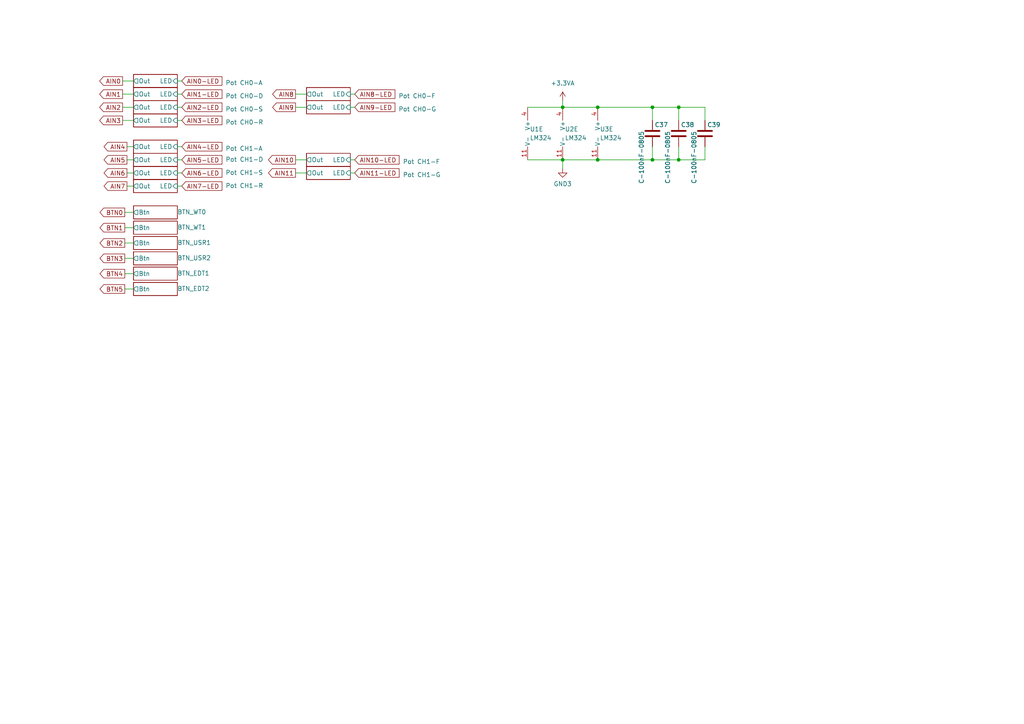
<source format=kicad_sch>
(kicad_sch (version 20211123) (generator eeschema)

  (uuid 6f3e37cd-3e3e-4874-ab15-671f653f881a)

  (paper "A4")

  (lib_symbols
    (symbol "eurorack:C-100nF-0805" (pin_numbers hide) (pin_names (offset 0.254)) (in_bom yes) (on_board yes)
      (property "Reference" "C" (id 0) (at 0.635 2.54 0)
        (effects (font (size 1.27 1.27)) (justify left))
      )
      (property "Value" "C-100nF-0805" (id 1) (at 0.635 -2.54 0)
        (effects (font (size 1.27 1.27)) (justify left))
      )
      (property "Footprint" "Capacitor_SMD:C_0805_2012Metric_Pad1.18x1.45mm_HandSolder" (id 2) (at 0.9652 -3.81 0)
        (effects (font (size 1.27 1.27)) hide)
      )
      (property "Datasheet" "https://secure.reichelt.com/at/en/smd-multilayer-ceramic-capacitor-100-n-10--x7r-g0805-100n-p31879.html?&nbc=1" (id 3) (at 0 0 0)
        (effects (font (size 1.27 1.27)) hide)
      )
      (property "ki_keywords" "cap capacitor" (id 4) (at 0 0 0)
        (effects (font (size 1.27 1.27)) hide)
      )
      (property "ki_description" "Unpolarized capacitor" (id 5) (at 0 0 0)
        (effects (font (size 1.27 1.27)) hide)
      )
      (property "ki_fp_filters" "C_*" (id 6) (at 0 0 0)
        (effects (font (size 1.27 1.27)) hide)
      )
      (symbol "C-100nF-0805_0_1"
        (polyline
          (pts
            (xy -2.032 -0.762)
            (xy 2.032 -0.762)
          )
          (stroke (width 0.508) (type default) (color 0 0 0 0))
          (fill (type none))
        )
        (polyline
          (pts
            (xy -2.032 0.762)
            (xy 2.032 0.762)
          )
          (stroke (width 0.508) (type default) (color 0 0 0 0))
          (fill (type none))
        )
      )
      (symbol "C-100nF-0805_1_1"
        (pin passive line (at 0 3.81 270) (length 2.794)
          (name "~" (effects (font (size 1.27 1.27))))
          (number "1" (effects (font (size 1.27 1.27))))
        )
        (pin passive line (at 0 -3.81 90) (length 2.794)
          (name "~" (effects (font (size 1.27 1.27))))
          (number "2" (effects (font (size 1.27 1.27))))
        )
      )
    )
    (symbol "eurorack:LM324" (pin_names (offset 0.127)) (in_bom yes) (on_board yes)
      (property "Reference" "U" (id 0) (at 0 5.08 0)
        (effects (font (size 1.27 1.27)) (justify left))
      )
      (property "Value" "LM324" (id 1) (at 0 -5.08 0)
        (effects (font (size 1.27 1.27)) (justify left))
      )
      (property "Footprint" "Package_SO:SO-14_3.9x8.65mm_P1.27mm" (id 2) (at -1.27 2.54 0)
        (effects (font (size 1.27 1.27)) hide)
      )
      (property "Datasheet" "http://www.ti.com/lit/ds/symlink/lm2902-n.pdf" (id 3) (at 1.27 5.08 0)
        (effects (font (size 1.27 1.27)) hide)
      )
      (property "ki_locked" "" (id 4) (at 0 0 0)
        (effects (font (size 1.27 1.27)))
      )
      (property "ki_keywords" "quad opamp" (id 5) (at 0 0 0)
        (effects (font (size 1.27 1.27)) hide)
      )
      (property "ki_description" "Low-Power, Quad-Operational Amplifiers, DIP-14/SOIC-14/SSOP-14" (id 6) (at 0 0 0)
        (effects (font (size 1.27 1.27)) hide)
      )
      (property "ki_fp_filters" "SOIC*3.9x8.7mm*P1.27mm* DIP*W7.62mm* TSSOP*4.4x5mm*P0.65mm* SSOP*5.3x6.2mm*P0.65mm* MSOP*3x3mm*P0.5mm*" (id 7) (at 0 0 0)
        (effects (font (size 1.27 1.27)) hide)
      )
      (symbol "LM324_1_1"
        (polyline
          (pts
            (xy -5.08 5.08)
            (xy 5.08 0)
            (xy -5.08 -5.08)
            (xy -5.08 5.08)
          )
          (stroke (width 0.254) (type default) (color 0 0 0 0))
          (fill (type background))
        )
        (pin output line (at 7.62 0 180) (length 2.54)
          (name "~" (effects (font (size 1.27 1.27))))
          (number "1" (effects (font (size 1.27 1.27))))
        )
        (pin input line (at -7.62 -2.54 0) (length 2.54)
          (name "-" (effects (font (size 1.27 1.27))))
          (number "2" (effects (font (size 1.27 1.27))))
        )
        (pin input line (at -7.62 2.54 0) (length 2.54)
          (name "+" (effects (font (size 1.27 1.27))))
          (number "3" (effects (font (size 1.27 1.27))))
        )
      )
      (symbol "LM324_2_1"
        (polyline
          (pts
            (xy -5.08 5.08)
            (xy 5.08 0)
            (xy -5.08 -5.08)
            (xy -5.08 5.08)
          )
          (stroke (width 0.254) (type default) (color 0 0 0 0))
          (fill (type background))
        )
        (pin input line (at -7.62 2.54 0) (length 2.54)
          (name "+" (effects (font (size 1.27 1.27))))
          (number "5" (effects (font (size 1.27 1.27))))
        )
        (pin input line (at -7.62 -2.54 0) (length 2.54)
          (name "-" (effects (font (size 1.27 1.27))))
          (number "6" (effects (font (size 1.27 1.27))))
        )
        (pin output line (at 7.62 0 180) (length 2.54)
          (name "~" (effects (font (size 1.27 1.27))))
          (number "7" (effects (font (size 1.27 1.27))))
        )
      )
      (symbol "LM324_3_1"
        (polyline
          (pts
            (xy -5.08 5.08)
            (xy 5.08 0)
            (xy -5.08 -5.08)
            (xy -5.08 5.08)
          )
          (stroke (width 0.254) (type default) (color 0 0 0 0))
          (fill (type background))
        )
        (pin input line (at -7.62 2.54 0) (length 2.54)
          (name "+" (effects (font (size 1.27 1.27))))
          (number "10" (effects (font (size 1.27 1.27))))
        )
        (pin output line (at 7.62 0 180) (length 2.54)
          (name "~" (effects (font (size 1.27 1.27))))
          (number "8" (effects (font (size 1.27 1.27))))
        )
        (pin input line (at -7.62 -2.54 0) (length 2.54)
          (name "-" (effects (font (size 1.27 1.27))))
          (number "9" (effects (font (size 1.27 1.27))))
        )
      )
      (symbol "LM324_4_1"
        (polyline
          (pts
            (xy -5.08 5.08)
            (xy 5.08 0)
            (xy -5.08 -5.08)
            (xy -5.08 5.08)
          )
          (stroke (width 0.254) (type default) (color 0 0 0 0))
          (fill (type background))
        )
        (pin input line (at -7.62 2.54 0) (length 2.54)
          (name "+" (effects (font (size 1.27 1.27))))
          (number "12" (effects (font (size 1.27 1.27))))
        )
        (pin input line (at -7.62 -2.54 0) (length 2.54)
          (name "-" (effects (font (size 1.27 1.27))))
          (number "13" (effects (font (size 1.27 1.27))))
        )
        (pin output line (at 7.62 0 180) (length 2.54)
          (name "~" (effects (font (size 1.27 1.27))))
          (number "14" (effects (font (size 1.27 1.27))))
        )
      )
      (symbol "LM324_5_1"
        (pin power_in line (at -2.54 -7.62 90) (length 3.81)
          (name "V-" (effects (font (size 1.27 1.27))))
          (number "11" (effects (font (size 1.27 1.27))))
        )
        (pin power_in line (at -2.54 7.62 270) (length 3.81)
          (name "V+" (effects (font (size 1.27 1.27))))
          (number "4" (effects (font (size 1.27 1.27))))
        )
      )
    )
    (symbol "power:+3.3VA" (power) (pin_names (offset 0)) (in_bom yes) (on_board yes)
      (property "Reference" "#PWR" (id 0) (at 0 -3.81 0)
        (effects (font (size 1.27 1.27)) hide)
      )
      (property "Value" "+3.3VA" (id 1) (at 0 3.556 0)
        (effects (font (size 1.27 1.27)))
      )
      (property "Footprint" "" (id 2) (at 0 0 0)
        (effects (font (size 1.27 1.27)) hide)
      )
      (property "Datasheet" "" (id 3) (at 0 0 0)
        (effects (font (size 1.27 1.27)) hide)
      )
      (property "ki_keywords" "power-flag" (id 4) (at 0 0 0)
        (effects (font (size 1.27 1.27)) hide)
      )
      (property "ki_description" "Power symbol creates a global label with name \"+3.3VA\"" (id 5) (at 0 0 0)
        (effects (font (size 1.27 1.27)) hide)
      )
      (symbol "+3.3VA_0_1"
        (polyline
          (pts
            (xy -0.762 1.27)
            (xy 0 2.54)
          )
          (stroke (width 0) (type default) (color 0 0 0 0))
          (fill (type none))
        )
        (polyline
          (pts
            (xy 0 0)
            (xy 0 2.54)
          )
          (stroke (width 0) (type default) (color 0 0 0 0))
          (fill (type none))
        )
        (polyline
          (pts
            (xy 0 2.54)
            (xy 0.762 1.27)
          )
          (stroke (width 0) (type default) (color 0 0 0 0))
          (fill (type none))
        )
      )
      (symbol "+3.3VA_1_1"
        (pin power_in line (at 0 0 90) (length 0) hide
          (name "+3.3VA" (effects (font (size 1.27 1.27))))
          (number "1" (effects (font (size 1.27 1.27))))
        )
      )
    )
    (symbol "power:GND3" (power) (pin_names (offset 0)) (in_bom yes) (on_board yes)
      (property "Reference" "#PWR" (id 0) (at 0 -6.35 0)
        (effects (font (size 1.27 1.27)) hide)
      )
      (property "Value" "GND3" (id 1) (at 0 -3.81 0)
        (effects (font (size 1.27 1.27)))
      )
      (property "Footprint" "" (id 2) (at 0 0 0)
        (effects (font (size 1.27 1.27)) hide)
      )
      (property "Datasheet" "" (id 3) (at 0 0 0)
        (effects (font (size 1.27 1.27)) hide)
      )
      (property "ki_keywords" "power-flag" (id 4) (at 0 0 0)
        (effects (font (size 1.27 1.27)) hide)
      )
      (property "ki_description" "Power symbol creates a global label with name \"GND3\" , ground" (id 5) (at 0 0 0)
        (effects (font (size 1.27 1.27)) hide)
      )
      (symbol "GND3_0_1"
        (polyline
          (pts
            (xy 0 0)
            (xy 0 -1.27)
            (xy 1.27 -1.27)
            (xy 0 -2.54)
            (xy -1.27 -1.27)
            (xy 0 -1.27)
          )
          (stroke (width 0) (type default) (color 0 0 0 0))
          (fill (type none))
        )
      )
      (symbol "GND3_1_1"
        (pin power_in line (at 0 0 270) (length 0) hide
          (name "GND3" (effects (font (size 1.27 1.27))))
          (number "1" (effects (font (size 1.27 1.27))))
        )
      )
    )
  )

  (junction (at 196.85 46.355) (diameter 0) (color 0 0 0 0)
    (uuid 131993f2-b737-4fda-ac7e-502d6724d931)
  )
  (junction (at 196.85 31.115) (diameter 0) (color 0 0 0 0)
    (uuid 172d849b-cfbc-485d-bf33-6176bb26fe51)
  )
  (junction (at 173.355 31.115) (diameter 0) (color 0 0 0 0)
    (uuid 2cb50245-c1e8-405d-97e9-9f326e2cc749)
  )
  (junction (at 189.23 31.115) (diameter 0) (color 0 0 0 0)
    (uuid 43c904b4-36e8-4335-85ea-9e3b37aef032)
  )
  (junction (at 189.23 46.355) (diameter 0) (color 0 0 0 0)
    (uuid 6b3ab9d4-b62c-4d15-82e9-a5873d72ce2b)
  )
  (junction (at 173.355 46.355) (diameter 0) (color 0 0 0 0)
    (uuid a15bb417-7ed3-405b-8194-581d43845fa9)
  )
  (junction (at 163.195 31.115) (diameter 0) (color 0 0 0 0)
    (uuid ab655729-721a-4221-a9bd-1ed977ccf309)
  )
  (junction (at 163.195 46.355) (diameter 0) (color 0 0 0 0)
    (uuid e1e8ff82-7ac6-483c-9ba8-afeff09b7427)
  )

  (wire (pts (xy 101.6 31.115) (xy 102.87 31.115))
    (stroke (width 0) (type default) (color 0 0 0 0))
    (uuid 00b33246-1e62-4d0d-81c9-aa0b96e65522)
  )
  (wire (pts (xy 85.725 46.355) (xy 88.9 46.355))
    (stroke (width 0) (type default) (color 0 0 0 0))
    (uuid 0589d917-bc9a-4ab6-93d4-d20f268a11cb)
  )
  (wire (pts (xy 35.56 23.495) (xy 38.735 23.495))
    (stroke (width 0) (type default) (color 0 0 0 0))
    (uuid 1217fe07-4cc1-4fe4-b3f0-7a596abaae68)
  )
  (wire (pts (xy 36.195 79.375) (xy 38.735 79.375))
    (stroke (width 0) (type default) (color 0 0 0 0))
    (uuid 1f233bd3-64fe-43a3-8175-e8999d5c13be)
  )
  (wire (pts (xy 189.23 46.355) (xy 173.355 46.355))
    (stroke (width 0) (type default) (color 0 0 0 0))
    (uuid 22fabdd0-cefd-484b-ab5d-e4ab83c50981)
  )
  (wire (pts (xy 85.725 31.115) (xy 88.9 31.115))
    (stroke (width 0) (type default) (color 0 0 0 0))
    (uuid 24823ac0-cd71-4226-a199-15f1b7d6b48b)
  )
  (wire (pts (xy 196.85 46.355) (xy 189.23 46.355))
    (stroke (width 0) (type default) (color 0 0 0 0))
    (uuid 373ddcdb-6e81-466a-a224-c639ff2577f2)
  )
  (wire (pts (xy 163.195 29.21) (xy 163.195 31.115))
    (stroke (width 0) (type default) (color 0 0 0 0))
    (uuid 3a20c90e-05a9-4b3e-b99b-3513a48aaee2)
  )
  (wire (pts (xy 35.56 27.305) (xy 38.735 27.305))
    (stroke (width 0) (type default) (color 0 0 0 0))
    (uuid 4134a1fc-a5df-4b4a-bbad-c2fa11f8f467)
  )
  (wire (pts (xy 204.47 46.355) (xy 196.85 46.355))
    (stroke (width 0) (type default) (color 0 0 0 0))
    (uuid 425d8cde-22d2-4b97-ba37-f72af09afeef)
  )
  (wire (pts (xy 36.195 66.04) (xy 38.735 66.04))
    (stroke (width 0) (type default) (color 0 0 0 0))
    (uuid 4f1fd7bf-b1d7-4d08-aa44-433c6cd07cb4)
  )
  (wire (pts (xy 204.47 31.115) (xy 204.47 34.925))
    (stroke (width 0) (type default) (color 0 0 0 0))
    (uuid 5ef07fb5-5a95-46b1-915f-988625f6ce4a)
  )
  (wire (pts (xy 36.83 53.975) (xy 38.735 53.975))
    (stroke (width 0) (type default) (color 0 0 0 0))
    (uuid 67ebc8d4-3015-4296-9bec-b85caac9e01b)
  )
  (wire (pts (xy 36.83 46.355) (xy 38.735 46.355))
    (stroke (width 0) (type default) (color 0 0 0 0))
    (uuid 6a28bfc7-ba3e-477e-8381-2384892f2ee9)
  )
  (wire (pts (xy 36.195 61.595) (xy 38.735 61.595))
    (stroke (width 0) (type default) (color 0 0 0 0))
    (uuid 6cea6f34-5afc-4b47-9494-62a8dd706368)
  )
  (wire (pts (xy 51.435 46.355) (xy 52.705 46.355))
    (stroke (width 0) (type default) (color 0 0 0 0))
    (uuid 7246ba00-e306-4c93-88d9-c78c3cd1dfb7)
  )
  (wire (pts (xy 173.355 31.115) (xy 189.23 31.115))
    (stroke (width 0) (type default) (color 0 0 0 0))
    (uuid 7315329e-320b-4bed-833d-377005ce6ed6)
  )
  (wire (pts (xy 189.23 31.115) (xy 189.23 34.925))
    (stroke (width 0) (type default) (color 0 0 0 0))
    (uuid 75fce77a-35bb-440e-8515-ed25a5f30873)
  )
  (wire (pts (xy 51.435 53.975) (xy 52.705 53.975))
    (stroke (width 0) (type default) (color 0 0 0 0))
    (uuid 7f780608-716a-4c10-be54-bd753d5ad6eb)
  )
  (wire (pts (xy 189.23 42.545) (xy 189.23 46.355))
    (stroke (width 0) (type default) (color 0 0 0 0))
    (uuid 80cde106-1a49-462e-b48e-80948e70490e)
  )
  (wire (pts (xy 35.56 31.115) (xy 38.735 31.115))
    (stroke (width 0) (type default) (color 0 0 0 0))
    (uuid 82c5cdf5-df68-4b1c-b544-2bf39c0c26d3)
  )
  (wire (pts (xy 153.035 31.115) (xy 163.195 31.115))
    (stroke (width 0) (type default) (color 0 0 0 0))
    (uuid 8456bd26-ebff-4e6a-b2a6-7d0d1d2d702f)
  )
  (wire (pts (xy 36.195 83.82) (xy 38.735 83.82))
    (stroke (width 0) (type default) (color 0 0 0 0))
    (uuid 854a248c-509f-4a27-9dcf-75688454a023)
  )
  (wire (pts (xy 36.195 70.485) (xy 38.735 70.485))
    (stroke (width 0) (type default) (color 0 0 0 0))
    (uuid 8cecb4a4-4460-493a-93f4-ea867de92950)
  )
  (wire (pts (xy 163.195 31.115) (xy 173.355 31.115))
    (stroke (width 0) (type default) (color 0 0 0 0))
    (uuid 8db04d42-ed77-448a-bf9c-f4afc4579f24)
  )
  (wire (pts (xy 163.195 46.355) (xy 163.195 48.895))
    (stroke (width 0) (type default) (color 0 0 0 0))
    (uuid 8e7aeebf-4743-40fe-ba92-bf275dab43b0)
  )
  (wire (pts (xy 101.6 46.355) (xy 102.87 46.355))
    (stroke (width 0) (type default) (color 0 0 0 0))
    (uuid 90b53805-283a-4962-87cf-e194a9b81c85)
  )
  (wire (pts (xy 51.435 34.925) (xy 52.705 34.925))
    (stroke (width 0) (type default) (color 0 0 0 0))
    (uuid 98a233a9-5a51-4944-a94d-d7d8aa8ee2fa)
  )
  (wire (pts (xy 196.85 31.115) (xy 196.85 34.925))
    (stroke (width 0) (type default) (color 0 0 0 0))
    (uuid 999c9aa3-ad59-4eae-84fa-c84046940701)
  )
  (wire (pts (xy 51.435 42.545) (xy 52.705 42.545))
    (stroke (width 0) (type default) (color 0 0 0 0))
    (uuid a223189a-a4c8-4581-ab4d-f678d4913355)
  )
  (wire (pts (xy 189.23 31.115) (xy 196.85 31.115))
    (stroke (width 0) (type default) (color 0 0 0 0))
    (uuid a3ae5ff8-cc6f-4b84-bf18-0f903008dec9)
  )
  (wire (pts (xy 36.83 42.545) (xy 38.735 42.545))
    (stroke (width 0) (type default) (color 0 0 0 0))
    (uuid b54a2c9e-9530-47a9-ad6c-5a191170f6a1)
  )
  (wire (pts (xy 51.435 50.165) (xy 52.705 50.165))
    (stroke (width 0) (type default) (color 0 0 0 0))
    (uuid bb10c9e2-5ccf-4851-99e0-a90e54e01fae)
  )
  (wire (pts (xy 35.56 34.925) (xy 38.735 34.925))
    (stroke (width 0) (type default) (color 0 0 0 0))
    (uuid cb7cc8d2-f7bc-4a6d-a51e-4d4132557064)
  )
  (wire (pts (xy 51.435 27.305) (xy 52.705 27.305))
    (stroke (width 0) (type default) (color 0 0 0 0))
    (uuid ce6d1107-7e2a-4ec1-9424-715393740b47)
  )
  (wire (pts (xy 85.725 27.305) (xy 88.9 27.305))
    (stroke (width 0) (type default) (color 0 0 0 0))
    (uuid d4a6afc7-ae2a-42e6-904e-91af7378cdd1)
  )
  (wire (pts (xy 85.725 50.165) (xy 88.9 50.165))
    (stroke (width 0) (type default) (color 0 0 0 0))
    (uuid d6eaba52-2dc2-4a44-9550-461721e7ccb0)
  )
  (wire (pts (xy 153.035 46.355) (xy 163.195 46.355))
    (stroke (width 0) (type default) (color 0 0 0 0))
    (uuid d8586f7d-d052-48ab-a22c-5cc552302eb7)
  )
  (wire (pts (xy 36.83 50.165) (xy 38.735 50.165))
    (stroke (width 0) (type default) (color 0 0 0 0))
    (uuid dc74457b-3003-48e4-ad86-a9184500f931)
  )
  (wire (pts (xy 101.6 50.165) (xy 102.87 50.165))
    (stroke (width 0) (type default) (color 0 0 0 0))
    (uuid dd37b1e3-cfce-45c3-b8a7-d31b4a5512cf)
  )
  (wire (pts (xy 196.85 42.545) (xy 196.85 46.355))
    (stroke (width 0) (type default) (color 0 0 0 0))
    (uuid dd67f057-ce93-4852-9773-b66aa7f235bb)
  )
  (wire (pts (xy 196.85 31.115) (xy 204.47 31.115))
    (stroke (width 0) (type default) (color 0 0 0 0))
    (uuid df32c413-8d76-4356-b1f3-b2f2b387b3a2)
  )
  (wire (pts (xy 163.195 46.355) (xy 173.355 46.355))
    (stroke (width 0) (type default) (color 0 0 0 0))
    (uuid e9846db9-82fa-41c3-af0c-f2ef3277ba53)
  )
  (wire (pts (xy 101.6 27.305) (xy 102.87 27.305))
    (stroke (width 0) (type default) (color 0 0 0 0))
    (uuid e9b4e352-f122-4cc8-bbd5-f03fba6de384)
  )
  (wire (pts (xy 51.435 31.115) (xy 52.705 31.115))
    (stroke (width 0) (type default) (color 0 0 0 0))
    (uuid ea850790-1f61-44d8-9d8e-4209cfa846db)
  )
  (wire (pts (xy 36.195 74.93) (xy 38.735 74.93))
    (stroke (width 0) (type default) (color 0 0 0 0))
    (uuid ed2e0031-ed0f-4d6b-a6b8-decd7da4100f)
  )
  (wire (pts (xy 204.47 42.545) (xy 204.47 46.355))
    (stroke (width 0) (type default) (color 0 0 0 0))
    (uuid eddceccf-3079-4f10-b3f0-5dae73120d42)
  )
  (wire (pts (xy 51.435 23.495) (xy 52.705 23.495))
    (stroke (width 0) (type default) (color 0 0 0 0))
    (uuid f9d40e1c-a0e5-43dc-ae2c-9988cd7285c2)
  )

  (global_label "AIN10" (shape output) (at 85.725 46.355 180) (fields_autoplaced)
    (effects (font (size 1.27 1.27)) (justify right))
    (uuid 0698d88a-56c9-4924-8328-ccf1336ec3c5)
    (property "Intersheet References" "${INTERSHEET_REFS}" (id 0) (at 77.869 46.2756 0)
      (effects (font (size 1.27 1.27)) (justify right) hide)
    )
  )
  (global_label "AIN7-LED" (shape input) (at 52.705 53.975 0) (fields_autoplaced)
    (effects (font (size 1.27 1.27)) (justify left))
    (uuid 09872c2f-d865-4fd0-b822-8cec83da65d5)
    (property "Intersheet References" "${INTERSHEET_REFS}" (id 0) (at 64.371 53.8956 0)
      (effects (font (size 1.27 1.27)) (justify left) hide)
    )
  )
  (global_label "AIN10-LED" (shape input) (at 102.87 46.355 0) (fields_autoplaced)
    (effects (font (size 1.27 1.27)) (justify left))
    (uuid 0a11bbdc-572d-4286-b5dd-529cce34a591)
    (property "Intersheet References" "${INTERSHEET_REFS}" (id 0) (at 115.7455 46.2756 0)
      (effects (font (size 1.27 1.27)) (justify left) hide)
    )
  )
  (global_label "AIN11" (shape output) (at 85.725 50.165 180) (fields_autoplaced)
    (effects (font (size 1.27 1.27)) (justify right))
    (uuid 0a2a3666-2d64-4812-8823-97f35d2c6c5f)
    (property "Intersheet References" "${INTERSHEET_REFS}" (id 0) (at 77.869 50.0856 0)
      (effects (font (size 1.27 1.27)) (justify right) hide)
    )
  )
  (global_label "AIN9" (shape output) (at 85.725 31.115 180) (fields_autoplaced)
    (effects (font (size 1.27 1.27)) (justify right))
    (uuid 18f11f7c-5997-48a5-b974-8fc6b7c5a780)
    (property "Intersheet References" "${INTERSHEET_REFS}" (id 0) (at 79.0786 31.0356 0)
      (effects (font (size 1.27 1.27)) (justify right) hide)
    )
  )
  (global_label "AIN1-LED" (shape input) (at 52.705 27.305 0) (fields_autoplaced)
    (effects (font (size 1.27 1.27)) (justify left))
    (uuid 19ffc3f1-46b5-4286-b83b-5495feca3b92)
    (property "Intersheet References" "${INTERSHEET_REFS}" (id 0) (at 64.371 27.2256 0)
      (effects (font (size 1.27 1.27)) (justify left) hide)
    )
  )
  (global_label "AIN11-LED" (shape input) (at 102.87 50.165 0) (fields_autoplaced)
    (effects (font (size 1.27 1.27)) (justify left))
    (uuid 211e6dde-f5e8-4ed7-b40b-c7f2313d3612)
    (property "Intersheet References" "${INTERSHEET_REFS}" (id 0) (at 115.7455 50.0856 0)
      (effects (font (size 1.27 1.27)) (justify left) hide)
    )
  )
  (global_label "AIN6" (shape output) (at 36.83 50.165 180) (fields_autoplaced)
    (effects (font (size 1.27 1.27)) (justify right))
    (uuid 2549810b-e678-4b73-bf05-f65a86ee9e64)
    (property "Intersheet References" "${INTERSHEET_REFS}" (id 0) (at 30.1836 50.0856 0)
      (effects (font (size 1.27 1.27)) (justify right) hide)
    )
  )
  (global_label "AIN5" (shape output) (at 36.83 46.355 180) (fields_autoplaced)
    (effects (font (size 1.27 1.27)) (justify right))
    (uuid 29c23cd1-d86b-4631-9f80-ab9363b7d4c7)
    (property "Intersheet References" "${INTERSHEET_REFS}" (id 0) (at 30.1836 46.2756 0)
      (effects (font (size 1.27 1.27)) (justify right) hide)
    )
  )
  (global_label "AIN1" (shape output) (at 35.56 27.305 180) (fields_autoplaced)
    (effects (font (size 1.27 1.27)) (justify right))
    (uuid 5abf7c59-b547-4c40-9d9e-d49308549472)
    (property "Intersheet References" "${INTERSHEET_REFS}" (id 0) (at 28.9136 27.2256 0)
      (effects (font (size 1.27 1.27)) (justify right) hide)
    )
  )
  (global_label "AIN3" (shape output) (at 35.56 34.925 180) (fields_autoplaced)
    (effects (font (size 1.27 1.27)) (justify right))
    (uuid 63737ee9-9b2c-48b9-8b34-493733e66faf)
    (property "Intersheet References" "${INTERSHEET_REFS}" (id 0) (at 28.9136 34.8456 0)
      (effects (font (size 1.27 1.27)) (justify right) hide)
    )
  )
  (global_label "BTN4" (shape output) (at 36.195 79.375 180) (fields_autoplaced)
    (effects (font (size 1.27 1.27)) (justify right))
    (uuid 6b6a5ceb-f79f-4374-9065-6357629d60f3)
    (property "Intersheet References" "${INTERSHEET_REFS}" (id 0) (at 29.0043 79.2956 0)
      (effects (font (size 1.27 1.27)) (justify right) hide)
    )
  )
  (global_label "AIN7" (shape output) (at 36.83 53.975 180) (fields_autoplaced)
    (effects (font (size 1.27 1.27)) (justify right))
    (uuid 76756c75-0c5d-441f-a830-e298ada83116)
    (property "Intersheet References" "${INTERSHEET_REFS}" (id 0) (at 30.1836 53.8956 0)
      (effects (font (size 1.27 1.27)) (justify right) hide)
    )
  )
  (global_label "AIN5-LED" (shape input) (at 52.705 46.355 0) (fields_autoplaced)
    (effects (font (size 1.27 1.27)) (justify left))
    (uuid 80d5cf1e-d01a-416f-8412-92ca48e7cfc9)
    (property "Intersheet References" "${INTERSHEET_REFS}" (id 0) (at 64.371 46.2756 0)
      (effects (font (size 1.27 1.27)) (justify left) hide)
    )
  )
  (global_label "AIN6-LED" (shape input) (at 52.705 50.165 0) (fields_autoplaced)
    (effects (font (size 1.27 1.27)) (justify left))
    (uuid 841d2dae-6e98-4d12-a795-4e079a0667c7)
    (property "Intersheet References" "${INTERSHEET_REFS}" (id 0) (at 64.371 50.0856 0)
      (effects (font (size 1.27 1.27)) (justify left) hide)
    )
  )
  (global_label "BTN0" (shape output) (at 36.195 61.595 180) (fields_autoplaced)
    (effects (font (size 1.27 1.27)) (justify right))
    (uuid 8605b632-51fa-40b7-bbb9-1199bb43719c)
    (property "Intersheet References" "${INTERSHEET_REFS}" (id 0) (at 29.0043 61.5156 0)
      (effects (font (size 1.27 1.27)) (justify right) hide)
    )
  )
  (global_label "AIN2-LED" (shape input) (at 52.705 31.115 0) (fields_autoplaced)
    (effects (font (size 1.27 1.27)) (justify left))
    (uuid 89d58238-1a8d-431b-ae81-0e0fd056dde6)
    (property "Intersheet References" "${INTERSHEET_REFS}" (id 0) (at 64.371 31.0356 0)
      (effects (font (size 1.27 1.27)) (justify left) hide)
    )
  )
  (global_label "AIN4" (shape output) (at 36.83 42.545 180) (fields_autoplaced)
    (effects (font (size 1.27 1.27)) (justify right))
    (uuid 9ac8d740-2bfd-4b8d-8933-82636a751070)
    (property "Intersheet References" "${INTERSHEET_REFS}" (id 0) (at 30.1836 42.4656 0)
      (effects (font (size 1.27 1.27)) (justify right) hide)
    )
  )
  (global_label "AIN8-LED" (shape input) (at 102.87 27.305 0) (fields_autoplaced)
    (effects (font (size 1.27 1.27)) (justify left))
    (uuid 9d34a1b3-cd1e-41a7-8179-059cee5e7fdf)
    (property "Intersheet References" "${INTERSHEET_REFS}" (id 0) (at 114.536 27.2256 0)
      (effects (font (size 1.27 1.27)) (justify left) hide)
    )
  )
  (global_label "AIN3-LED" (shape input) (at 52.705 34.925 0) (fields_autoplaced)
    (effects (font (size 1.27 1.27)) (justify left))
    (uuid a36435c5-c234-43c7-a4b0-775ab1aa1617)
    (property "Intersheet References" "${INTERSHEET_REFS}" (id 0) (at 64.371 34.8456 0)
      (effects (font (size 1.27 1.27)) (justify left) hide)
    )
  )
  (global_label "AIN8" (shape output) (at 85.725 27.305 180) (fields_autoplaced)
    (effects (font (size 1.27 1.27)) (justify right))
    (uuid a56db9c4-d506-4d18-97d1-7a7718457f55)
    (property "Intersheet References" "${INTERSHEET_REFS}" (id 0) (at 79.0786 27.2256 0)
      (effects (font (size 1.27 1.27)) (justify right) hide)
    )
  )
  (global_label "AIN4-LED" (shape input) (at 52.705 42.545 0) (fields_autoplaced)
    (effects (font (size 1.27 1.27)) (justify left))
    (uuid a7a10790-0eb9-4466-80bd-41784a5487ee)
    (property "Intersheet References" "${INTERSHEET_REFS}" (id 0) (at 64.371 42.4656 0)
      (effects (font (size 1.27 1.27)) (justify left) hide)
    )
  )
  (global_label "BTN1" (shape output) (at 36.195 66.04 180) (fields_autoplaced)
    (effects (font (size 1.27 1.27)) (justify right))
    (uuid ae89da91-4459-464c-84d9-632f68a24833)
    (property "Intersheet References" "${INTERSHEET_REFS}" (id 0) (at 29.0043 65.9606 0)
      (effects (font (size 1.27 1.27)) (justify right) hide)
    )
  )
  (global_label "AIN0-LED" (shape input) (at 52.705 23.495 0) (fields_autoplaced)
    (effects (font (size 1.27 1.27)) (justify left))
    (uuid c6d85e70-f115-4808-9765-07751d2c48f7)
    (property "Intersheet References" "${INTERSHEET_REFS}" (id 0) (at 64.371 23.4156 0)
      (effects (font (size 1.27 1.27)) (justify left) hide)
    )
  )
  (global_label "AIN2" (shape output) (at 35.56 31.115 180) (fields_autoplaced)
    (effects (font (size 1.27 1.27)) (justify right))
    (uuid cd0aeb6e-5575-4d9d-a25a-ffcc516d39e3)
    (property "Intersheet References" "${INTERSHEET_REFS}" (id 0) (at 28.9136 31.0356 0)
      (effects (font (size 1.27 1.27)) (justify right) hide)
    )
  )
  (global_label "BTN3" (shape output) (at 36.195 74.93 180) (fields_autoplaced)
    (effects (font (size 1.27 1.27)) (justify right))
    (uuid e5c448fa-6327-4db4-b6ca-5d0bf733bddc)
    (property "Intersheet References" "${INTERSHEET_REFS}" (id 0) (at 29.0043 74.8506 0)
      (effects (font (size 1.27 1.27)) (justify right) hide)
    )
  )
  (global_label "AIN0" (shape output) (at 35.56 23.495 180) (fields_autoplaced)
    (effects (font (size 1.27 1.27)) (justify right))
    (uuid e600f0ee-c77b-4bbe-a3be-afe9b17203ab)
    (property "Intersheet References" "${INTERSHEET_REFS}" (id 0) (at 28.9136 23.4156 0)
      (effects (font (size 1.27 1.27)) (justify right) hide)
    )
  )
  (global_label "AIN9-LED" (shape input) (at 102.87 31.115 0) (fields_autoplaced)
    (effects (font (size 1.27 1.27)) (justify left))
    (uuid e7e15d12-1b4a-4ef6-9655-c7540ef923cc)
    (property "Intersheet References" "${INTERSHEET_REFS}" (id 0) (at 114.536 31.0356 0)
      (effects (font (size 1.27 1.27)) (justify left) hide)
    )
  )
  (global_label "BTN5" (shape output) (at 36.195 83.82 180) (fields_autoplaced)
    (effects (font (size 1.27 1.27)) (justify right))
    (uuid ec4ba662-3f34-444d-a18b-72f86e64146b)
    (property "Intersheet References" "${INTERSHEET_REFS}" (id 0) (at 29.0043 83.7406 0)
      (effects (font (size 1.27 1.27)) (justify right) hide)
    )
  )
  (global_label "BTN2" (shape output) (at 36.195 70.485 180) (fields_autoplaced)
    (effects (font (size 1.27 1.27)) (justify right))
    (uuid f4043faf-85fe-4858-9b22-fe2b9bbed4ac)
    (property "Intersheet References" "${INTERSHEET_REFS}" (id 0) (at 29.0043 70.4056 0)
      (effects (font (size 1.27 1.27)) (justify right) hide)
    )
  )

  (symbol (lib_id "eurorack:C-100nF-0805") (at 196.85 38.735 0) (unit 1)
    (in_bom yes) (on_board yes)
    (uuid 4ed675b6-58b4-4307-8570-9f8b6e117f4c)
    (property "Reference" "C38" (id 0) (at 197.485 36.195 0)
      (effects (font (size 1.27 1.27)) (justify left))
    )
    (property "Value" "C-100nF-0805" (id 1) (at 193.675 53.34 90)
      (effects (font (size 1.27 1.27)) (justify left))
    )
    (property "Footprint" "Capacitor_SMD:C_0805_2012Metric_Pad1.18x1.45mm_HandSolder" (id 2) (at 197.8152 42.545 0)
      (effects (font (size 1.27 1.27)) hide)
    )
    (property "Datasheet" "https://secure.reichelt.com/at/en/smd-multilayer-ceramic-capacitor-100-n-10--x7r-g0805-100n-p31879.html?&nbc=1" (id 3) (at 196.85 38.735 0)
      (effects (font (size 1.27 1.27)) hide)
    )
    (pin "1" (uuid 2d3038ba-da38-40f5-8027-7f7f92ce78ae))
    (pin "2" (uuid a7287f55-8317-4712-bc76-8a8344081adf))
  )

  (symbol (lib_id "eurorack:C-100nF-0805") (at 204.47 38.735 0) (unit 1)
    (in_bom yes) (on_board yes)
    (uuid 52a27258-4aa7-4530-a545-e20a9f50eb26)
    (property "Reference" "C39" (id 0) (at 205.105 36.195 0)
      (effects (font (size 1.27 1.27)) (justify left))
    )
    (property "Value" "C-100nF-0805" (id 1) (at 201.295 53.34 90)
      (effects (font (size 1.27 1.27)) (justify left))
    )
    (property "Footprint" "Capacitor_SMD:C_0805_2012Metric_Pad1.18x1.45mm_HandSolder" (id 2) (at 205.4352 42.545 0)
      (effects (font (size 1.27 1.27)) hide)
    )
    (property "Datasheet" "https://secure.reichelt.com/at/en/smd-multilayer-ceramic-capacitor-100-n-10--x7r-g0805-100n-p31879.html?&nbc=1" (id 3) (at 204.47 38.735 0)
      (effects (font (size 1.27 1.27)) hide)
    )
    (pin "1" (uuid 6ef8eb2e-027b-4f31-9442-6bcc82685acb))
    (pin "2" (uuid 7e22df5c-dd8f-4b33-a4f0-478fb9fa856f))
  )

  (symbol (lib_id "eurorack:LM324") (at 165.735 38.735 0) (unit 5)
    (in_bom yes) (on_board yes) (fields_autoplaced)
    (uuid 6303bd50-f9a9-4032-9b4d-2d94fd572098)
    (property "Reference" "U2" (id 0) (at 163.83 37.4649 0)
      (effects (font (size 1.27 1.27)) (justify left))
    )
    (property "Value" "LM324" (id 1) (at 163.83 40.0049 0)
      (effects (font (size 1.27 1.27)) (justify left))
    )
    (property "Footprint" "Package_SO:SO-14_3.9x8.65mm_P1.27mm" (id 2) (at 164.465 36.195 0)
      (effects (font (size 1.27 1.27)) hide)
    )
    (property "Datasheet" "http://www.ti.com/lit/ds/symlink/lm2902-n.pdf" (id 3) (at 167.005 33.655 0)
      (effects (font (size 1.27 1.27)) hide)
    )
    (pin "1" (uuid 4d3137eb-e255-46f6-9cbf-2b7603ab5dcf))
    (pin "2" (uuid 5904f4c8-fbdd-459e-aae8-991a5b97e52f))
    (pin "3" (uuid 19e91ab7-5649-4d39-9808-8d85c16fa885))
    (pin "5" (uuid 91b05744-dabb-4a0e-afc3-35ed5d8f601d))
    (pin "6" (uuid becd7b59-215c-4d1e-b916-7700285fa195))
    (pin "7" (uuid 3a64dbf7-cc31-4b0e-a35e-a2f5f304dadd))
    (pin "10" (uuid 2a4e3985-b6d2-4685-8d4a-403bb0b95c22))
    (pin "8" (uuid 3ee513d0-798b-43e8-a129-512a88f525a9))
    (pin "9" (uuid 828169bc-4031-4dd5-9bd8-2838a9bdc403))
    (pin "12" (uuid f5a0e984-8091-4d79-9007-5dd14c01a92b))
    (pin "13" (uuid 669ae29b-3315-4a56-a97c-9bb797cc93d3))
    (pin "14" (uuid b110e7ed-8406-4bf2-8ccf-0777e9fad7a6))
    (pin "11" (uuid 5a3ae994-663b-42b8-82ee-d80142b6ee0f))
    (pin "4" (uuid 350943f9-ba22-47e7-9598-5fdce876d2d0))
  )

  (symbol (lib_id "eurorack:C-100nF-0805") (at 189.23 38.735 0) (unit 1)
    (in_bom yes) (on_board yes)
    (uuid 7b794da7-3b89-46ba-9242-0eae1767e764)
    (property "Reference" "C37" (id 0) (at 189.865 36.195 0)
      (effects (font (size 1.27 1.27)) (justify left))
    )
    (property "Value" "C-100nF-0805" (id 1) (at 186.055 53.34 90)
      (effects (font (size 1.27 1.27)) (justify left))
    )
    (property "Footprint" "Capacitor_SMD:C_0805_2012Metric_Pad1.18x1.45mm_HandSolder" (id 2) (at 190.1952 42.545 0)
      (effects (font (size 1.27 1.27)) hide)
    )
    (property "Datasheet" "https://secure.reichelt.com/at/en/smd-multilayer-ceramic-capacitor-100-n-10--x7r-g0805-100n-p31879.html?&nbc=1" (id 3) (at 189.23 38.735 0)
      (effects (font (size 1.27 1.27)) hide)
    )
    (pin "1" (uuid df2689d3-f10c-42e0-995e-6351a4c5d277))
    (pin "2" (uuid 79e2f6b9-95d2-4bfd-b175-9030bd70fc48))
  )

  (symbol (lib_id "power:+3.3VA") (at 163.195 29.21 0) (unit 1)
    (in_bom yes) (on_board yes) (fields_autoplaced)
    (uuid 864d3e06-1c75-487e-9c06-ae06687efe2f)
    (property "Reference" "#PWR0170" (id 0) (at 163.195 33.02 0)
      (effects (font (size 1.27 1.27)) hide)
    )
    (property "Value" "+3.3VA" (id 1) (at 163.195 24.13 0))
    (property "Footprint" "" (id 2) (at 163.195 29.21 0)
      (effects (font (size 1.27 1.27)) hide)
    )
    (property "Datasheet" "" (id 3) (at 163.195 29.21 0)
      (effects (font (size 1.27 1.27)) hide)
    )
    (pin "1" (uuid 7bc32e48-a335-442d-8654-3f7ca34ed69e))
  )

  (symbol (lib_id "eurorack:LM324") (at 155.575 38.735 0) (unit 5)
    (in_bom yes) (on_board yes) (fields_autoplaced)
    (uuid b139e1f7-60bc-49c2-b3a3-d2698ca430a3)
    (property "Reference" "U1" (id 0) (at 153.67 37.4649 0)
      (effects (font (size 1.27 1.27)) (justify left))
    )
    (property "Value" "LM324" (id 1) (at 153.67 40.0049 0)
      (effects (font (size 1.27 1.27)) (justify left))
    )
    (property "Footprint" "Package_SO:SO-14_3.9x8.65mm_P1.27mm" (id 2) (at 154.305 36.195 0)
      (effects (font (size 1.27 1.27)) hide)
    )
    (property "Datasheet" "http://www.ti.com/lit/ds/symlink/lm2902-n.pdf" (id 3) (at 156.845 33.655 0)
      (effects (font (size 1.27 1.27)) hide)
    )
    (pin "1" (uuid 8254c261-f37b-41aa-b412-303452c87fff))
    (pin "2" (uuid f4a4ad43-d3bd-4f00-83f8-b5a507f36043))
    (pin "3" (uuid 7b4de5c9-18f4-416d-a860-16b7bfeb47a1))
    (pin "5" (uuid 6f4f4f93-e5a3-4470-845c-48213c9d2419))
    (pin "6" (uuid e5f42bba-0089-4552-8767-ea86024bbe1a))
    (pin "7" (uuid c2d404b7-0dc2-445e-b6a5-d9278733cd02))
    (pin "10" (uuid 4dcb932c-12b9-409e-aacf-6275526208a1))
    (pin "8" (uuid 9cc87e9c-404a-4eca-8ffd-fa360e2b0502))
    (pin "9" (uuid e56c884b-7e4f-41a1-94c4-68c5b65f6b3f))
    (pin "12" (uuid ada840d4-c7fe-4ed7-8b5f-5d7ac804a623))
    (pin "13" (uuid 54f0a66b-aaac-4763-bedb-b7c6d4ceb5a3))
    (pin "14" (uuid 88209673-6fa6-47cf-a0cf-bf9f338de695))
    (pin "11" (uuid 7580b0ad-f295-4a80-ab32-c18f4da418cb))
    (pin "4" (uuid ec7d055e-1b6f-460c-bf09-7c49e4fabb52))
  )

  (symbol (lib_id "eurorack:LM324") (at 175.895 38.735 0) (unit 5)
    (in_bom yes) (on_board yes) (fields_autoplaced)
    (uuid b258a3ca-7f27-474b-b593-7205ab01c92f)
    (property "Reference" "U3" (id 0) (at 173.99 37.4649 0)
      (effects (font (size 1.27 1.27)) (justify left))
    )
    (property "Value" "LM324" (id 1) (at 173.99 40.0049 0)
      (effects (font (size 1.27 1.27)) (justify left))
    )
    (property "Footprint" "Package_SO:SO-14_3.9x8.65mm_P1.27mm" (id 2) (at 174.625 36.195 0)
      (effects (font (size 1.27 1.27)) hide)
    )
    (property "Datasheet" "http://www.ti.com/lit/ds/symlink/lm2902-n.pdf" (id 3) (at 177.165 33.655 0)
      (effects (font (size 1.27 1.27)) hide)
    )
    (pin "1" (uuid 0407f590-7e9f-4c18-bdc5-540de7a0ce20))
    (pin "2" (uuid 3aca2215-8672-4710-a9be-84f896a9f034))
    (pin "3" (uuid 1040e4dd-6975-4753-946e-5bf7302570ba))
    (pin "5" (uuid 4c103f6b-193d-4e0a-a3b2-7a5750cec55a))
    (pin "6" (uuid 2523f8a2-0766-4086-b2c3-8f2082c0cbe8))
    (pin "7" (uuid 818ffde7-273a-4cbb-a496-d4842206fa95))
    (pin "10" (uuid 032066a8-2ea7-4e58-8436-962b6dbb744e))
    (pin "8" (uuid d5dad2ad-8930-4ffb-b6bb-10b8e242d29e))
    (pin "9" (uuid 9e9aabe7-ed1d-432d-903a-425f6a90acfe))
    (pin "12" (uuid e8751a22-6800-4b4a-9f7f-c82c2fd62b10))
    (pin "13" (uuid 1ce0aa01-6710-4b2d-b38f-173ec6b9e379))
    (pin "14" (uuid 389eaf2a-9e83-47d9-9e0b-647e5bb59ce8))
    (pin "11" (uuid 5099e5b7-1023-418b-8764-a062c02c3253))
    (pin "4" (uuid 478a0639-9dd6-4dad-aec5-244863e2122b))
  )

  (symbol (lib_id "power:GND3") (at 163.195 48.895 0) (unit 1)
    (in_bom yes) (on_board yes) (fields_autoplaced)
    (uuid d6c424de-bf28-43a6-a0d4-39a2c0302c7a)
    (property "Reference" "#PWR0151" (id 0) (at 163.195 55.245 0)
      (effects (font (size 1.27 1.27)) hide)
    )
    (property "Value" "GND3" (id 1) (at 163.195 53.34 0))
    (property "Footprint" "" (id 2) (at 163.195 48.895 0)
      (effects (font (size 1.27 1.27)) hide)
    )
    (property "Datasheet" "" (id 3) (at 163.195 48.895 0)
      (effects (font (size 1.27 1.27)) hide)
    )
    (pin "1" (uuid eb1476d4-a900-4d32-be98-ca77ee001684))
  )

  (sheet (at 88.9 29.21) (size 12.7 3.81)
    (stroke (width 0.1524) (type solid) (color 0 0 0 0))
    (fill (color 0 0 0 0.0000))
    (uuid 043d0e9a-4b6b-46cb-bdd8-694a98c68f88)
    (property "Sheet name" "Pot CH0-G" (id 0) (at 115.57 32.385 0)
      (effects (font (size 1.27 1.27)) (justify left bottom))
    )
    (property "Sheet file" "pot.kicad_sch" (id 1) (at 102.235 30.48 0)
      (effects (font (size 1.27 1.27)) (justify left top) hide)
    )
    (pin "Out" output (at 88.9 31.115 180)
      (effects (font (size 1.27 1.27)) (justify left))
      (uuid 43b4827c-3706-483f-9069-43589bf77694)
    )
    (pin "LED" input (at 101.6 31.115 0)
      (effects (font (size 1.27 1.27)) (justify right))
      (uuid ed7ab6b4-6b92-4f3a-86c6-6cf3bf2e903c)
    )
  )

  (sheet (at 38.735 68.58) (size 12.7 3.81)
    (stroke (width 0.1524) (type solid) (color 0 0 0 0))
    (fill (color 0 0 0 0.0000))
    (uuid 0d456856-0a61-4035-a3e1-05e8f87394e3)
    (property "Sheet name" "BTN_USR1" (id 0) (at 51.435 71.12 0)
      (effects (font (size 1.27 1.27)) (justify left bottom))
    )
    (property "Sheet file" "button.kicad_sch" (id 1) (at 38.735 72.9746 0)
      (effects (font (size 1.27 1.27)) (justify left top) hide)
    )
    (pin "Btn" output (at 38.735 70.485 180)
      (effects (font (size 1.27 1.27)) (justify left))
      (uuid 13d2caa7-dbc6-44ef-9bbd-78a05e770713)
    )
  )

  (sheet (at 38.735 25.4) (size 12.7 3.81)
    (stroke (width 0.1524) (type solid) (color 0 0 0 0))
    (fill (color 0 0 0 0.0000))
    (uuid 127f33f1-f14d-4c06-b142-f664736b9b80)
    (property "Sheet name" "Pot CH0-D" (id 0) (at 65.405 28.575 0)
      (effects (font (size 1.27 1.27)) (justify left bottom))
    )
    (property "Sheet file" "pot.kicad_sch" (id 1) (at 52.07 26.67 0)
      (effects (font (size 1.27 1.27)) (justify left top) hide)
    )
    (pin "Out" output (at 38.735 27.305 180)
      (effects (font (size 1.27 1.27)) (justify left))
      (uuid 6df67ed2-a3d0-4132-a43f-ba2b81895130)
    )
    (pin "LED" input (at 51.435 27.305 0)
      (effects (font (size 1.27 1.27)) (justify right))
      (uuid 101a3cfc-e2a1-4690-972d-090f0bc14a93)
    )
  )

  (sheet (at 38.735 48.26) (size 12.7 3.81)
    (stroke (width 0.1524) (type solid) (color 0 0 0 0))
    (fill (color 0 0 0 0.0000))
    (uuid 190513c8-74a2-4117-a822-7e0ee5339dad)
    (property "Sheet name" "Pot CH1-S" (id 0) (at 65.405 50.8 0)
      (effects (font (size 1.27 1.27)) (justify left bottom))
    )
    (property "Sheet file" "pot.kicad_sch" (id 1) (at 38.735 52.6546 0)
      (effects (font (size 1.27 1.27)) (justify left top) hide)
    )
    (pin "Out" output (at 38.735 50.165 180)
      (effects (font (size 1.27 1.27)) (justify left))
      (uuid ba1e4503-4be0-4131-a1bc-968cf995f801)
    )
    (pin "LED" input (at 51.435 50.165 0)
      (effects (font (size 1.27 1.27)) (justify right))
      (uuid 370ab595-5ba0-4c44-945e-102e87ad7c11)
    )
  )

  (sheet (at 38.735 81.915) (size 12.7 3.81)
    (stroke (width 0.1524) (type solid) (color 0 0 0 0))
    (fill (color 0 0 0 0.0000))
    (uuid 2f19aadf-f340-471a-b308-ad79a0cd7572)
    (property "Sheet name" "BTN_EDT2" (id 0) (at 51.435 84.455 0)
      (effects (font (size 1.27 1.27)) (justify left bottom))
    )
    (property "Sheet file" "button.kicad_sch" (id 1) (at 38.735 86.3096 0)
      (effects (font (size 1.27 1.27)) (justify left top) hide)
    )
    (pin "Btn" output (at 38.735 83.82 180)
      (effects (font (size 1.27 1.27)) (justify left))
      (uuid 349c25f5-a4e5-43c6-b3ce-3dfd89aa8707)
    )
  )

  (sheet (at 88.9 25.4) (size 12.7 3.81)
    (stroke (width 0.1524) (type solid) (color 0 0 0 0))
    (fill (color 0 0 0 0.0000))
    (uuid 38cb31b0-b48a-422f-9069-f769bb1417e9)
    (property "Sheet name" "Pot CH0-F" (id 0) (at 115.57 28.575 0)
      (effects (font (size 1.27 1.27)) (justify left bottom))
    )
    (property "Sheet file" "pot.kicad_sch" (id 1) (at 102.235 26.67 0)
      (effects (font (size 1.27 1.27)) (justify left top) hide)
    )
    (pin "Out" output (at 88.9 27.305 180)
      (effects (font (size 1.27 1.27)) (justify left))
      (uuid 5f8d13f7-b63c-48f5-ad4e-f0300e96aab1)
    )
    (pin "LED" input (at 101.6 27.305 0)
      (effects (font (size 1.27 1.27)) (justify right))
      (uuid 9c558bae-4c13-4cbf-8913-1428a8e5710c)
    )
  )

  (sheet (at 38.735 59.69) (size 12.7 3.81)
    (stroke (width 0.1524) (type solid) (color 0 0 0 0))
    (fill (color 0 0 0 0.0000))
    (uuid 841589b4-3c10-421f-bfd6-9ecfa512e158)
    (property "Sheet name" "BTN_WT0" (id 0) (at 51.435 62.23 0)
      (effects (font (size 1.27 1.27)) (justify left bottom))
    )
    (property "Sheet file" "button.kicad_sch" (id 1) (at 38.735 64.0846 0)
      (effects (font (size 1.27 1.27)) (justify left top) hide)
    )
    (pin "Btn" output (at 38.735 61.595 180)
      (effects (font (size 1.27 1.27)) (justify left))
      (uuid bb16088d-57d6-43ad-b50d-dbc094f4cb65)
    )
  )

  (sheet (at 38.735 52.07) (size 12.7 3.81)
    (stroke (width 0.1524) (type solid) (color 0 0 0 0))
    (fill (color 0 0 0 0.0000))
    (uuid 869a8a06-d379-464c-b10f-04215071180b)
    (property "Sheet name" "Pot CH1-R" (id 0) (at 65.405 54.61 0)
      (effects (font (size 1.27 1.27)) (justify left bottom))
    )
    (property "Sheet file" "pot.kicad_sch" (id 1) (at 38.735 56.4646 0)
      (effects (font (size 1.27 1.27)) (justify left top) hide)
    )
    (pin "Out" output (at 38.735 53.975 180)
      (effects (font (size 1.27 1.27)) (justify left))
      (uuid dd911cb7-b0a5-491b-bad2-868ef90be502)
    )
    (pin "LED" input (at 51.435 53.975 0)
      (effects (font (size 1.27 1.27)) (justify right))
      (uuid 393820d3-d83f-418b-93e6-90ef108b7685)
    )
  )

  (sheet (at 38.735 73.025) (size 12.7 3.81)
    (stroke (width 0.1524) (type solid) (color 0 0 0 0))
    (fill (color 0 0 0 0.0000))
    (uuid a0e5fbd4-a2f7-49b9-8232-86aa6778fe2c)
    (property "Sheet name" "BTN_USR2" (id 0) (at 51.435 75.565 0)
      (effects (font (size 1.27 1.27)) (justify left bottom))
    )
    (property "Sheet file" "button.kicad_sch" (id 1) (at 38.735 77.4196 0)
      (effects (font (size 1.27 1.27)) (justify left top) hide)
    )
    (pin "Btn" output (at 38.735 74.93 180)
      (effects (font (size 1.27 1.27)) (justify left))
      (uuid 6280b6ac-e247-4ed8-a0a9-97d028562628)
    )
  )

  (sheet (at 38.735 64.135) (size 12.7 3.81)
    (stroke (width 0.1524) (type solid) (color 0 0 0 0))
    (fill (color 0 0 0 0.0000))
    (uuid bdd91b84-3a9e-4b32-98c9-2bd9a7f1f6fe)
    (property "Sheet name" "BTN_WT1" (id 0) (at 51.435 66.675 0)
      (effects (font (size 1.27 1.27)) (justify left bottom))
    )
    (property "Sheet file" "button.kicad_sch" (id 1) (at 38.735 68.5296 0)
      (effects (font (size 1.27 1.27)) (justify left top) hide)
    )
    (pin "Btn" output (at 38.735 66.04 180)
      (effects (font (size 1.27 1.27)) (justify left))
      (uuid d0f94669-cda6-4859-8349-32e6dad77fb7)
    )
  )

  (sheet (at 88.9 44.45) (size 12.7 3.81)
    (stroke (width 0.1524) (type solid) (color 0 0 0 0))
    (fill (color 0 0 0 0.0000))
    (uuid be7f1476-401a-4e15-b5f8-b3fa654dc930)
    (property "Sheet name" "Pot CH1-F" (id 0) (at 116.84 47.625 0)
      (effects (font (size 1.27 1.27)) (justify left bottom))
    )
    (property "Sheet file" "pot.kicad_sch" (id 1) (at 102.235 45.72 0)
      (effects (font (size 1.27 1.27)) (justify left top) hide)
    )
    (pin "Out" output (at 88.9 46.355 180)
      (effects (font (size 1.27 1.27)) (justify left))
      (uuid 3a5aab88-f069-4dc4-be03-6b4693720525)
    )
    (pin "LED" input (at 101.6 46.355 0)
      (effects (font (size 1.27 1.27)) (justify right))
      (uuid 74b1eae0-05c0-49f7-a522-b08f628fc0b5)
    )
  )

  (sheet (at 38.735 40.64) (size 12.7 3.81)
    (stroke (width 0.1524) (type solid) (color 0 0 0 0))
    (fill (color 0 0 0 0.0000))
    (uuid c10cf105-e13b-4e23-a843-190752b5cd99)
    (property "Sheet name" "Pot CH1-A" (id 0) (at 65.405 43.815 0)
      (effects (font (size 1.27 1.27)) (justify left bottom))
    )
    (property "Sheet file" "pot.kicad_sch" (id 1) (at 38.735 45.0346 0)
      (effects (font (size 1.27 1.27)) (justify left top) hide)
    )
    (pin "Out" output (at 38.735 42.545 180)
      (effects (font (size 1.27 1.27)) (justify left))
      (uuid 14bf4cf8-25cd-4616-988a-0e0131368990)
    )
    (pin "LED" input (at 51.435 42.545 0)
      (effects (font (size 1.27 1.27)) (justify right))
      (uuid 0f882ab5-4ba0-43de-82d1-818d6174b9cc)
    )
  )

  (sheet (at 38.735 21.59) (size 12.7 3.81)
    (stroke (width 0.1524) (type solid) (color 0 0 0 0))
    (fill (color 0 0 0 0.0000))
    (uuid d0672bd5-77fe-44f2-986e-5c9230ada444)
    (property "Sheet name" "Pot CH0-A" (id 0) (at 65.405 24.765 0)
      (effects (font (size 1.27 1.27)) (justify left bottom))
    )
    (property "Sheet file" "pot.kicad_sch" (id 1) (at 52.07 22.86 0)
      (effects (font (size 1.27 1.27)) (justify left top) hide)
    )
    (pin "Out" output (at 38.735 23.495 180)
      (effects (font (size 1.27 1.27)) (justify left))
      (uuid e60b8162-823f-4abf-b6ce-300499f1e55e)
    )
    (pin "LED" input (at 51.435 23.495 0)
      (effects (font (size 1.27 1.27)) (justify right))
      (uuid 4ddc2cf8-1b76-41c4-b99f-0fd25923ec47)
    )
  )

  (sheet (at 88.9 48.26) (size 12.7 3.81)
    (stroke (width 0.1524) (type solid) (color 0 0 0 0))
    (fill (color 0 0 0 0.0000))
    (uuid e19dd40c-e931-4570-8764-d931306d9d6a)
    (property "Sheet name" "Pot CH1-G" (id 0) (at 116.84 51.435 0)
      (effects (font (size 1.27 1.27)) (justify left bottom))
    )
    (property "Sheet file" "pot.kicad_sch" (id 1) (at 102.235 49.53 0)
      (effects (font (size 1.27 1.27)) (justify left top) hide)
    )
    (pin "Out" output (at 88.9 50.165 180)
      (effects (font (size 1.27 1.27)) (justify left))
      (uuid 0ca01653-aa62-4d07-868d-e1a06431a578)
    )
    (pin "LED" input (at 101.6 50.165 0)
      (effects (font (size 1.27 1.27)) (justify right))
      (uuid 225f0279-2cb1-4fc5-82b8-dbccb169da52)
    )
  )

  (sheet (at 38.735 29.21) (size 12.7 3.81)
    (stroke (width 0.1524) (type solid) (color 0 0 0 0))
    (fill (color 0 0 0 0.0000))
    (uuid e2d694f7-8489-42e4-82a3-b6bf4e7b41a1)
    (property "Sheet name" "Pot CH0-S" (id 0) (at 65.405 32.385 0)
      (effects (font (size 1.27 1.27)) (justify left bottom))
    )
    (property "Sheet file" "pot.kicad_sch" (id 1) (at 52.07 30.48 0)
      (effects (font (size 1.27 1.27)) (justify left top) hide)
    )
    (pin "Out" output (at 38.735 31.115 180)
      (effects (font (size 1.27 1.27)) (justify left))
      (uuid d1918f57-b4e1-49b2-824d-6e6167f639bd)
    )
    (pin "LED" input (at 51.435 31.115 0)
      (effects (font (size 1.27 1.27)) (justify right))
      (uuid 7a44c6bb-ddb4-462e-a31c-311367c1ed72)
    )
  )

  (sheet (at 38.735 77.47) (size 12.7 3.81)
    (stroke (width 0.1524) (type solid) (color 0 0 0 0))
    (fill (color 0 0 0 0.0000))
    (uuid f55604de-a187-4a17-ac05-b5dd77599988)
    (property "Sheet name" "BTN_EDT1" (id 0) (at 51.435 80.01 0)
      (effects (font (size 1.27 1.27)) (justify left bottom))
    )
    (property "Sheet file" "button.kicad_sch" (id 1) (at 38.735 81.8646 0)
      (effects (font (size 1.27 1.27)) (justify left top) hide)
    )
    (pin "Btn" output (at 38.735 79.375 180)
      (effects (font (size 1.27 1.27)) (justify left))
      (uuid 39181d99-f369-4337-860e-ef3a9f92f3c2)
    )
  )

  (sheet (at 38.735 44.45) (size 12.7 3.81)
    (stroke (width 0.1524) (type solid) (color 0 0 0 0))
    (fill (color 0 0 0 0.0000))
    (uuid f765d306-43f3-413b-90cd-eed1827ae15c)
    (property "Sheet name" "Pot CH1-D" (id 0) (at 65.405 46.99 0)
      (effects (font (size 1.27 1.27)) (justify left bottom))
    )
    (property "Sheet file" "pot.kicad_sch" (id 1) (at 38.735 48.8446 0)
      (effects (font (size 1.27 1.27)) (justify left top) hide)
    )
    (pin "Out" output (at 38.735 46.355 180)
      (effects (font (size 1.27 1.27)) (justify left))
      (uuid c80f695c-5112-48b9-9517-cb20fc8dfaab)
    )
    (pin "LED" input (at 51.435 46.355 0)
      (effects (font (size 1.27 1.27)) (justify right))
      (uuid 7183d490-3767-4691-9ef8-bb63be0f5010)
    )
  )

  (sheet (at 38.735 33.02) (size 12.7 3.81)
    (stroke (width 0.1524) (type solid) (color 0 0 0 0))
    (fill (color 0 0 0 0.0000))
    (uuid fb33a16b-a564-4506-8504-a13a1211dc42)
    (property "Sheet name" "Pot CH0-R" (id 0) (at 65.405 36.195 0)
      (effects (font (size 1.27 1.27)) (justify left bottom))
    )
    (property "Sheet file" "pot.kicad_sch" (id 1) (at 52.07 34.29 0)
      (effects (font (size 1.27 1.27)) (justify left top) hide)
    )
    (pin "Out" output (at 38.735 34.925 180)
      (effects (font (size 1.27 1.27)) (justify left))
      (uuid 295db6ae-5487-4126-a9e5-364a3a62d268)
    )
    (pin "LED" input (at 51.435 34.925 0)
      (effects (font (size 1.27 1.27)) (justify right))
      (uuid b70a7022-1fc9-40b5-9c47-0bc21812364e)
    )
  )
)

</source>
